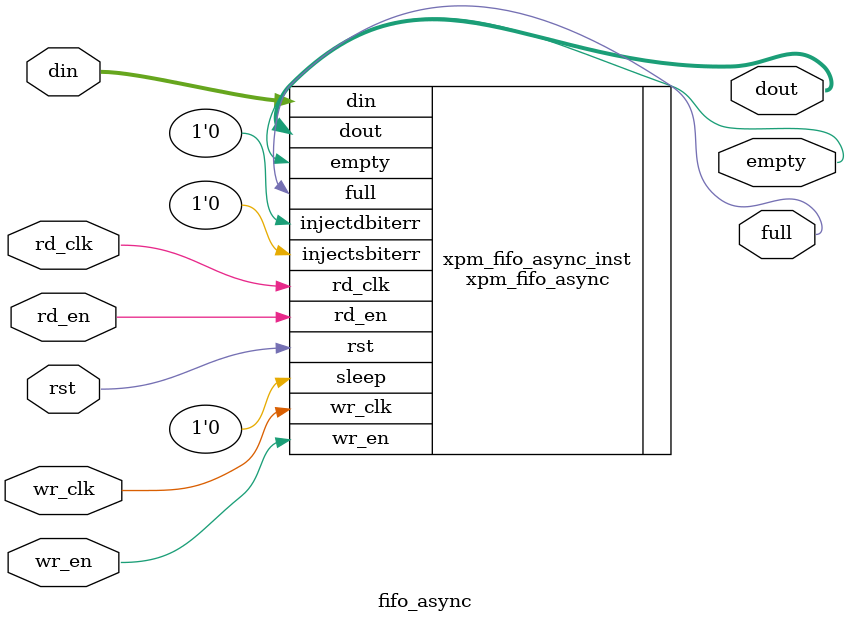
<source format=sv>
`timescale  1ns / 1ps
module fifo_async 
  #(parameter DEPTH = 64,
    parameter WRITE_WIDTH = 32,
    parameter READ_WIDTH = 32)
  (
    input logic wr_clk,
    input logic rd_clk,
    input logic rst,
    input logic wr_en,
    input logic rd_en,
    input logic [WRITE_WIDTH - 1 : 0] din,
    output logic [READ_WIDTH - 1 : 0] dout,
    output logic full,
    output logic empty
  );
  
xpm_fifo_async #(
      .CDC_SYNC_STAGES(2),       // DECIMAL
      .DOUT_RESET_VALUE("0"),    // String
      .ECC_MODE("no_ecc"),       // String
      .FIFO_MEMORY_TYPE("auto"), // String
      .FIFO_READ_LATENCY(1),     // DECIMAL
      .FIFO_WRITE_DEPTH(DEPTH),   // DECIMAL
      .FULL_RESET_VALUE(0),      // DECIMAL
      .PROG_EMPTY_THRESH(10),    // DECIMAL
      .PROG_FULL_THRESH(10),     // DECIMAL
      .RD_DATA_COUNT_WIDTH(1),   // DECIMAL
      .READ_DATA_WIDTH(READ_WIDTH),// DECIMAL
      .READ_MODE("fwft"),         // String
      .RELATED_CLOCKS(0),        // DECIMAL
      .SIM_ASSERT_CHK(0),        // DECIMAL; 0=disable simulation messages, 1=enable simulation messages
      .USE_ADV_FEATURES("0707"), // String
      .WAKEUP_TIME(0),           // DECIMAL
      .WRITE_DATA_WIDTH(WRITE_WIDTH), // DECIMAL
      .WR_DATA_COUNT_WIDTH(1)    // DECIMAL
   )
   xpm_fifo_async_inst (

      .dout(dout),                   // READ_DATA_WIDTH-bit output: Read Data: The output data bus is driven
                                     // when reading the FIFO.
      

      .empty(empty),                 // 1-bit output: Empty Flag: When asserted, this signal indicates that the
                                     // FIFO is empty. Read requests are ignored when the FIFO is empty,
                                     // initiating a read while empty is not destructive to the FIFO.

      .full(full),                   // 1-bit output: Full Flag: When asserted, this signal indicates that the
                                     // FIFO is full. Write requests are ignored when the FIFO is full,
                                     // initiating a write when the FIFO is full is not destructive to the
                                     // contents of the FIFO.

      .din(din),                     // WRITE_DATA_WIDTH-bit input: Write Data: The input data bus used when
                                     // writing the FIFO.

      .injectdbiterr(1'b0), // 1-bit input: Double Bit Error Injection: Injects a double bit error if
                                     // the ECC feature is used on block RAMs or UltraRAM macros.

      .injectsbiterr(1'b0), // 1-bit input: Single Bit Error Injection: Injects a single bit error if
                                     // the ECC feature is used on block RAMs or UltraRAM macros.

      .rd_clk(rd_clk),               // 1-bit input: Read clock: Used for read operation. rd_clk must be a free
                                     // running clock.

      .rd_en(rd_en),                 // 1-bit input: Read Enable: If the FIFO is not empty, asserting this
                                     // signal causes data (on dout) to be read from the FIFO. Must be held
                                     // active-low when rd_rst_busy is active high.

      .rst(rst),                     // 1-bit input: Reset: Must be synchronous to wr_clk. The clock(s) can be
                                     // unstable at the time of applying reset, but reset must be released only
                                     // after the clock(s) is/are stable.

      .sleep(1'b0),                 // 1-bit input: Dynamic power saving: If sleep is High, the memory/fifo
                                     // block is in power saving mode.

      .wr_clk(wr_clk),               // 1-bit input: Write clock: Used for write operation. wr_clk must be a
                                     // free running clock.

      .wr_en(wr_en)                  // 1-bit input: Write Enable: If the FIFO is not full, asserting this
                                     // signal causes data (on din) to be written to the FIFO. Must be held
                                     // active-low when rst or wr_rst_busy is active high.

   );


endmodule

</source>
